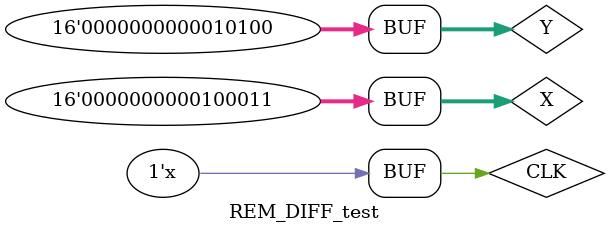
<source format=v>

module REM_DIFF_test;
	reg [15:0] X,Y;
	wire [15:0] O;
	reg CLK;
	REM_DIFF rem_diff_test(O,X,Y,CLK);
	always
		begin 
		#5 CLK=~CLK;
		end
	initial 
		begin
			CLK=1'b0;
			$monitor("OUTPUT=%d ,X=%d ,Y=%d, CLK=%b",O,X,Y,CLK);
			#10 X=15; Y=10;
			#10 X=105; Y=11;
			#10 X=31; Y=5;
			#10 X=100; Y=81;
			#10 X=35; Y=20;
			
		end
endmodule
</source>
